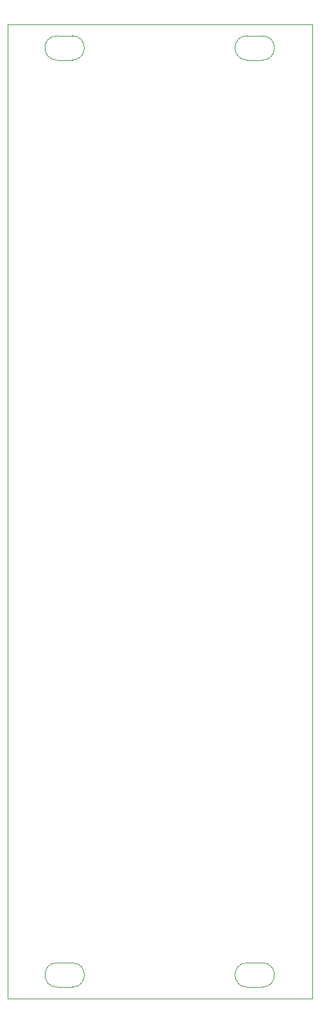
<source format=gbr>
G04 #@! TF.GenerationSoftware,KiCad,Pcbnew,(5.1.5-0)*
G04 #@! TF.CreationDate,2021-01-08T11:57:48-08:00*
G04 #@! TF.ProjectId,divideandconquer,64697669-6465-4616-9e64-636f6e717565,rev?*
G04 #@! TF.SameCoordinates,Original*
G04 #@! TF.FileFunction,Profile,NP*
%FSLAX46Y46*%
G04 Gerber Fmt 4.6, Leading zero omitted, Abs format (unit mm)*
G04 Created by KiCad (PCBNEW (5.1.5-0)) date 2021-01-08 11:57:48*
%MOMM*%
%LPD*%
G04 APERTURE LIST*
%ADD10C,0.050000*%
G04 APERTURE END LIST*
D10*
X8500000Y-223800000D02*
X6500000Y-223800000D01*
X8500000Y-223800000D02*
G75*
G02X8500000Y-227000000I0J-1600000D01*
G01*
X6500000Y-227000000D02*
G75*
G02X6500000Y-223800000I0J1600000D01*
G01*
X8500000Y-227000000D02*
X6500000Y-227000000D01*
X31600000Y-227000000D02*
G75*
G02X31600000Y-223800000I0J1600000D01*
G01*
X33600000Y-223800000D02*
X31600000Y-223800000D01*
X33600000Y-223800000D02*
G75*
G02X33600000Y-227000000I0J-1600000D01*
G01*
X33600000Y-227000000D02*
X31600000Y-227000000D01*
X31600000Y-104700000D02*
G75*
G02X31600000Y-101500000I0J1600000D01*
G01*
X33600000Y-104700000D02*
X31600000Y-104700000D01*
X33600000Y-101500000D02*
G75*
G02X33600000Y-104700000I0J-1600000D01*
G01*
X33600000Y-101500000D02*
X31600000Y-101500000D01*
X8500000Y-104700000D02*
X6500000Y-104700000D01*
X8500000Y-101500000D02*
X6500000Y-101500000D01*
X6500000Y-104700000D02*
G75*
G02X6500000Y-101500000I0J1600000D01*
G01*
X8500000Y-101500000D02*
G75*
G02X8500000Y-104700000I0J-1600000D01*
G01*
X0Y-228500000D02*
X0Y-100000000D01*
X40200000Y-228500000D02*
X0Y-228500000D01*
X40200000Y-100000000D02*
X40200000Y-228500000D01*
X0Y-100000000D02*
X40200000Y-100000000D01*
M02*

</source>
